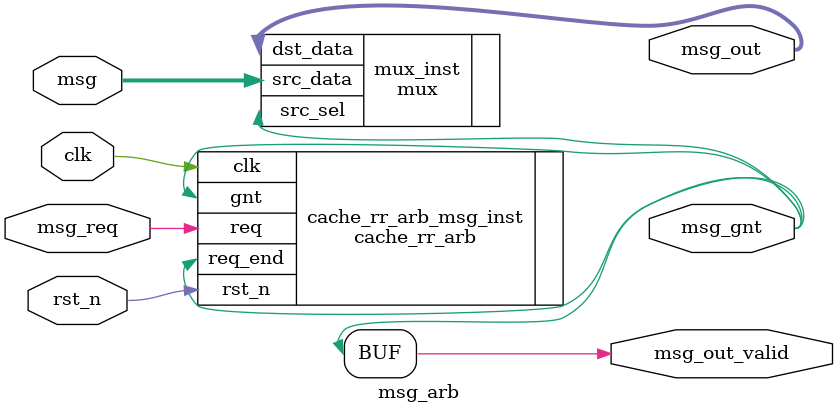
<source format=sv>
module msg_arb #(
                parameter cache_num = 1,
                parameter addr_width = 32
                ) 
                (
                    input logic            clk,
                    input logic            rst_n,

                    input    logic [cache_num - 1 : 0]                                            msg_req,
                    output   logic [cache_num - 1 : 0]                                            msg_gnt,
                    input    logic [cache_num * (4 + 2 * $clog2(cache_num) + addr_width) - 1 : 0] msg,

                    output   logic                                                                msg_out_valid,
                    output   logic [4 + 2 * $clog2(cache_num) - 1 + addr_width : 0]               msg_out
                );



cache_rr_arb #(
        .WIDTH       (cache_num ),
        .REFLECTION  (0       ))
             cache_rr_arb_msg_inst (
        .clk         (clk                ) ,//input   
        .rst_n       (rst_n              ) ,//input   
        .req         (msg_req         ) ,//input   [WIDTH - 1 : 0]
        .req_end     (msg_gnt         ) ,//input   [WIDTH - 1 : 0]
        .gnt         (msg_gnt         ));//output  [WIDTH - 1 : 0]

mux           #(.IN_WIDTH(cache_num * (4 + 2 * $clog2(cache_num) + addr_width)),
                .UNIT_WIDTH((4 + 2 * $clog2(cache_num) + addr_width))
            )mux_inst
            (
                .src_data(msg),
                .src_sel(msg_gnt),
                .dst_data(msg_out)
            );

assign msg_out_valid = |msg_gnt;
endmodule
</source>
